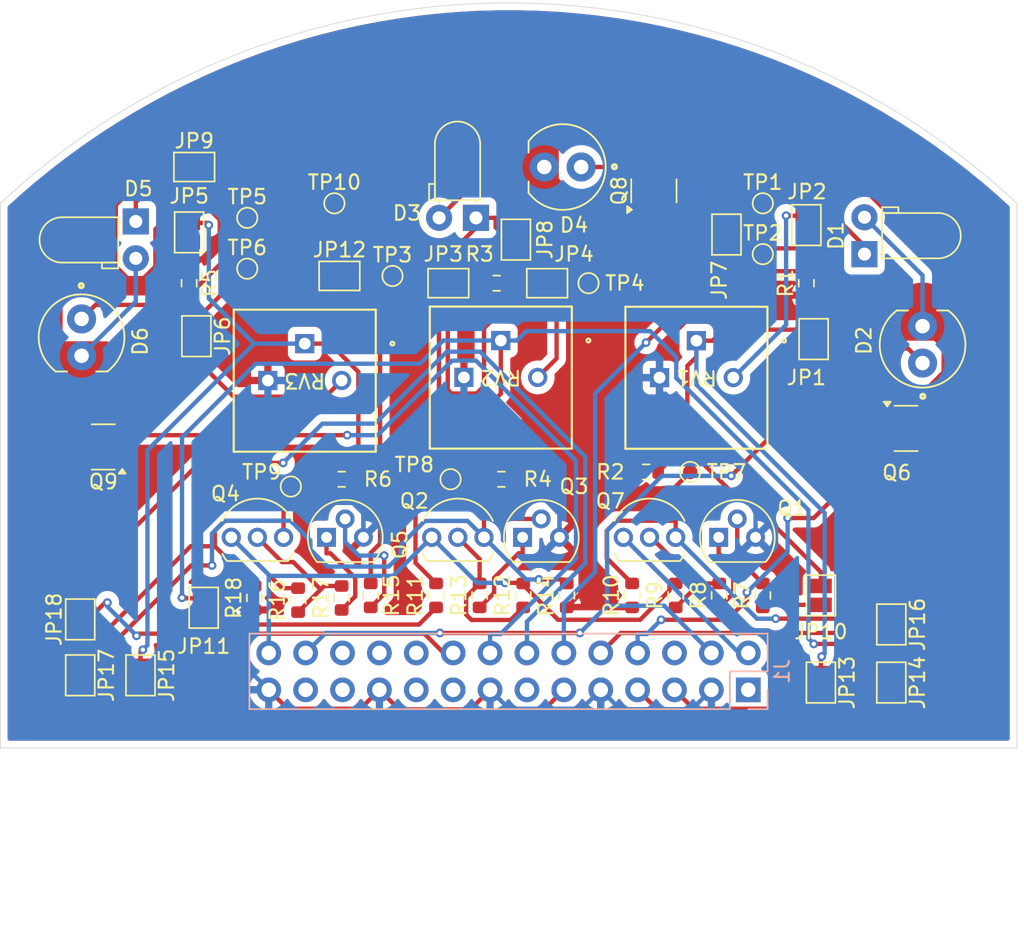
<source format=kicad_pcb>
(kicad_pcb (version 20240108) (generator "pcbnew") (generator_version "8.0")
  (layers (0 "F.Cu" signal) (31 "B.Cu" signal) (34 "B.Paste" user) (35 "F.Paste" user) (36 "B.SilkS" user "B.Silkscreen") (37 "F.SilkS" user "F.Silkscreen") (38 "B.Mask" user) (39 "F.Mask" user) (44 "Edge.Cuts" user))
  (net 0 "")
  (net 1 "PE15")
  (net 2 "PE13")
  (net 3 "PE11")
  (net 4 "PC4")
  (net 5 "3V3")
  (net 6 "PA3")
  (net 7 "BATT")
  (net 8 "GND")
  (net 9 "PE9")
  (net 10 "PA7")
  (net 11 "PE1")
  (net 12 "AB0")
  (net 13 "PE14")
  (net 14 "PC2")
  (net 15 "PB11")
  (net 16 "PA4")
  (net 17 "PA5")
  (net 18 "PA6")
  (net 19 "PE12")
  (net 20 "PC5")
  (net 21 "PE10")
  (net 22 "PE8")
  (net 23 "V_SL")
  (net 24 "Net-(JP2-B)")
  (net 25 "Net-(JP4-B)")
  (net 26 "Net-(JP6-B)")
  (net 27 "Net-(Q1-B)")
  (net 28 "Net-(Q1-C)")
  (net 29 "Net-(Q2-PadB)")
  (net 30 "Net-(Q3-B)")
  (net 31 "Net-(Q3-C)")
  (net 32 "Net-(Q4-PadB)")
  (net 33 "Net-(Q5-C)")
  (net 34 "Net-(Q5-B)")
  (net 35 "Net-(Q7-PadB)")
  (net 36 "V_SC")
  (net 37 "V_SR")
  (net 38 "Net-(D1-K)")
  (net 39 "Net-(D3-K)")
  (net 40 "Net-(D5-K)")
  (net 41 "Net-(JP1-A)")
  (net 42 "Net-(JP3-A)")
  (net 43 "Net-(JP5-A)")
  (net 44 "Net-(D1-A)")
  (net 45 "Net-(D3-A)")
  (net 46 "Net-(D5-A)")
  (net 47 "Net-(JP7-B)")
  (net 48 "Net-(JP8-B)")
  (net 49 "Net-(JP9-B)")
  (net 50 "Net-(JP10-B)")
  (net 51 "Net-(JP11-B)")
  (net 52 "Net-(JP12-B)")
  (net 53 "Net-(JP16-A)")
  (net 54 "Net-(JP17-A)")
  (net 55 "Net-(JP18-A)")
  (footprint "TestPoint:TestPoint_Pad_D1.0mm" (layer "F.Cu") (at 83.5 50)
    (property "Reference" "TP5")
    (property "Value" "TestPoint")
  )
  (footprint "Jumper:SolderJumper-2_P1.3mm_Open_Pad1.0x1.5mm" (layer "F.Cu") (at 127.85 78 -90)
    (property "Reference" "JP16")
    (property "Value" "Jumper_2_Open")
  )
  (footprint "Jumper:SolderJumper-2_P1.3mm_Open_Pad1.0x1.5mm" (layer "F.Cu") (at 122.5 58.35 90)
    (property "Reference" "JP1")
    (property "Value" "Jumper_2_Open")
  )
  (footprint "Package_TO_SOT_THT:TO-92L" (layer "F.Cu") (at 88.96 72)
    (property "Reference" "Q5")
    (property "Value" "NPN")
  )
  (footprint "Jumper:SolderJumper-2_P1.3mm_Open_Pad1.0x1.5mm" (layer "F.Cu") (at 79.85 46.5)
    (property "Reference" "JP9")
    (property "Value" "Jumper_2_Open")
  )
  (footprint "Jumper:SolderJumper-2_P1.3mm_Open_Pad1.0x1.5mm" (layer "F.Cu") (at 79.5 51 90)
    (property "Reference" "JP5")
    (property "Value" "Jumper_2_Open")
  )
  (footprint "Jumper:SolderJumper-2_P1.3mm_Open_Pad1.0x1.5mm" (layer "F.Cu") (at 72 81.5 -90)
    (property "Reference" "JP17")
    (property "Value" "Jumper_2_Open")
  )
  (footprint "TestPoint:TestPoint_Pad_D1.0mm" (layer "F.Cu") (at 119 49)
    (property "Reference" "TP1")
    (property "Value" "TestPoint")
  )
  (footprint "Resistor_SMD:R_0603_1608Metric" (layer "F.Cu") (at 100.675 54.5 180)
    (property "Reference" "R3")
    (property "Value" "100")
  )
  (footprint "SFH_203_PFA:XDCR_SFH_203_PFA" (layer "F.Cu") (at 105.2218 46.5 180)
    (property "Reference" "D4")
    (property "Value" "SFH_203_PFA")
  )
  (footprint "Package_TO_SOT_THT:TO-92L" (layer "F.Cu") (at 115.96 72)
    (property "Reference" "Q1")
    (property "Value" "NPN")
  )
  (footprint "Jumper:SolderJumper-2_P1.3mm_Open_Pad1.0x1.5mm" (layer "F.Cu") (at 104.15 54.5)
    (property "Reference" "JP4")
    (property "Value" "Jumper_2_Open")
  )
  (footprint "Resistor_SMD:R_0603_1608Metric" (layer "F.Cu") (at 92 76 -90)
    (property "Reference" "R15")
    (property "Value" "1k")
  )
  (footprint "SFH_203_PFA:XDCR_SFH_203_PFA" (layer "F.Cu") (at 72.0909 58.23 -90)
    (property "Reference" "D6")
    (property "Value" "SFH_203_PFA")
  )
  (footprint "Resistor_SMD:R_0603_1608Metric" (layer "F.Cu") (at 119 76 90)
    (property "Reference" "R7")
    (property "Value" "1k")
  )
  (footprint "PN2907A:TO92-EBC" (layer "F.Cu") (at 111.2 70.73)
    (property "Reference" "Q7")
    (property "Value" "PN2907A")
  )
  (footprint "Resistor_SMD:R_0603_1608Metric" (layer "F.Cu") (at 79.5 54.5 -90)
    (property "Reference" "R5")
    (property "Value" "100")
  )
  (footprint "TestPoint:TestPoint_Pad_D1.0mm" (layer "F.Cu") (at 89.5 49)
    (property "Reference" "TP10")
    (property "Value" "TestPoint")
  )
  (footprint "PN2907A:TO92-EBC" (layer "F.Cu") (at 98 70.73)
    (property "Reference" "Q2")
    (property "Value" "PN2907A")
  )
  (footprint "Resistor_SMD:R_0603_1608Metric" (layer "F.Cu") (at 105.5 76 90)
    (property "Reference" "R14")
    (property "Value" "10k")
  )
  (footprint "Resistor_SMD:R_0603_1608Metric" (layer "F.Cu") (at 87 76.325 90)
    (property "Reference" "R16")
    (property "Value" "1k")
  )
  (footprint "TestPoint:TestPoint_Pad_D1.0mm" (layer "F.Cu") (at 97.5 68)
    (property "Reference" "TP8")
    (property "Value" "TestPoint")
  )
  (footprint "Jumper:SolderJumper-2_P1.3mm_Open_Pad1.0x1.5mm" (layer "F.Cu") (at 122 50.5 90)
    (property "Reference" "JP2")
    (property "Value" "Jumper_2_Open")
  )
  (footprint "Resistor_SMD:R_0603_1608Metric" (layer "F.Cu") (at 113 76 90)
    (property "Reference" "R9")
    (property "Value" "1k")
  )
  (footprint "Resistor_SMD:R_0603_1608Metric" (layer "F.Cu") (at 90 68 180)
    (property "Reference" "R6")
    (property "Value" "10K")
  )
  (footprint "SFH_203_PFA:XDCR_SFH_203_PFA" (layer "F.Cu") (at 130 58.73 90)
    (property "Reference" "D2")
    (property "Value" "SFH_203_PFA")
  )
  (footprint "Package_TO_SOT_SMD:SOT-23-3" (layer "F.Cu") (at 128.8625 64.5)
    (property "Reference" "Q6")
    (property "Value" "PMOS")
  )
  (footprint "TestPoint:TestPoint_Pad_D1.0mm" (layer "F.Cu") (at 114 67.5)
    (property "Reference" "TP7")
    (property "Value" "TestPoint")
  )
  (footprint "Resistor_SMD:R_0603_1608Metric" (layer "F.Cu") (at 99.5 76 90)
    (property "Reference" "R13")
    (property "Value" "1k")
  )
  (footprint "Resistor_SMD:R_0603_1608Metric" (layer "F.Cu") (at 102.5 76 90)
    (property "Reference" "R12")
    (property "Value" "1k")
  )
  (footprint "Resistor_SMD:R_0603_1608Metric" (layer "F.Cu") (at 84 76.175 90)
    (property "Reference" "R18")
    (property "Value" "10k")
  )
  (footprint "LED_THT:LED_D3.0mm_Horizontal_O1.27mm_Z2.0mm_IRBlack" (layer "F.Cu") (at 126 52.5 90)
    (property "Reference" "D1")
    (property "Value" "TSAL4400")
  )
  (footprint "LED_THT:LED_D3.0mm_Horizontal_O1.27mm_Z2.0mm_IRBlack" (layer "F.Cu") (at 75.825 50.25 -90)
    (property "Reference" "D5")
    (property "Value" "TSAL4400")
  )
  (footprint "Jumper:SolderJumper-2_P1.3mm_Open_Pad1.0x1.5mm" (layer "F.Cu") (at 89.85 54)
    (property "Reference" "JP12")
    (property "Value" "Jumper_2_Open")
  )
  (footprint "Jumper:SolderJumper-2_P1.3mm_Open_Pad1.0x1.5mm" (layer "F.Cu") (at 80.5 76.85 -90)
    (property "Reference" "JP11")
    (property "Value" "Jumper_2_Open")
  )
  (footprint "Jumper:SolderJumper-2_P1.3mm_Open_Pad1.0x1.5mm" (layer "F.Cu") (at 102 51.5 -90)
    (property "Reference" "JP8")
    (property "Value" "Jumper_2_Open")
  )
  (footprint "TestPoint:TestPoint_Pad_D1.0mm" (layer "F.Cu") (at 86.5 68.5)
    (property "Reference" "TP9")
    (property "Value" "TestPoint")
  )
  (footprint "Jumper:SolderJumper-2_P1.3mm_Open_Pad1.0x1.5mm" (layer "F.Cu") (at 123 82 -90)
    (property "Reference" "JP13")
    (property "Value" "Jumper_2_Open")
  )
  (footprint "Jumper:SolderJumper-2_P1.3mm_Open_Pad1.0x1.5mm" (layer "F.Cu") (at 97.35 54.5 180)
    (property "Reference" "JP3")
    (property "Value" "Jumper_2_Open")
  )
  (footprint "PN2907A:TO92-EBC" (layer "F.Cu") (at 84.2 70.73)
    (property "Reference" "Q4")
    (property "Value" "PN2907A")
  )
  (footprint "LED_THT:LED_D3.0mm_Horizontal_O1.27mm_Z2.0mm_IRBlack" (layer "F.Cu") (at 99.25 50 180)
    (property "Reference" "D3")
    (property "Value" "TSAL4400")
  )
  (footprint "Resistor_SMD:R_0603_1608Metric" (layer "F.Cu") (at 116 76 90)
    (property "Reference" "R8")
    (property "Value" "1k")
  )
  (footprint "Resistor_SMD:R_0603_1608Metric" (layer "F.Cu") (at 122 54.5 90)
    (property "Reference" "R1")
    (property "Value" "100")
  )
  (footprint "Resistor_SMD:R_0603_1608Metric" (layer "F.Cu") (at 96.5 76 90)
    (property "Reference" "R11")
    (property "Value" "1k")
  )
  (footprint "footprints:POT_3386P" (layer "F.Cu") (at 103.5 60.9873 180)
    (property "Reference" "RV2")
    (property "Value" "10k")
  )
  (footprint "Jumper:SolderJumper-2_P1.3mm_Open_Pad1.0x1.5mm" (layer "F.Cu") (at 116.5 51.15 -90)
    (property "Reference" "JP7")
    (property "Value" "Jumper_2_Open")
  )
  (footprint "Package_TO_SOT_SMD:SOT-23-3" (layer "F.Cu") (at 111.5 48.1375 90)
    (property "Reference" "Q8")
    (property "Value" "PMOS")
  )
  (footprint "Jumper:SolderJumper-2_P1.3mm_Open_Pad1.0x1.5mm" (layer "F.Cu") (at 80 58.15 -90)
    (property "Reference" "JP6")
    (property "Value" "Jumper_2_Open")
  )
  (footprint "TestPoint:TestPoint_Pad_D1.0mm" (layer "F.Cu") (at 93.5 54)
    (property "Reference" "TP3")
    (property "Value" "TestPoint")
  )
  (footprint "Jumper:SolderJumper-2_P1.3mm_Open_Pad1.0x1.5mm" (layer "F.Cu") (at 123 76 -90)
    (property "Reference" "JP10")
    (property "Value" "Jumper_2_Open")
  )
  (footprint "TestPoint:TestPoint_Pad_D1.0mm" (layer "F.Cu") (at 119 52.5)
    (property "Reference" "TP2")
    (property "Value" "TestPoint")
  )
  (footprint "TestPoint:TestPoint_Pad_D1.0mm" (layer "F.Cu") (at 107 54.5)
    (property "Reference" "TP4")
    (property "Value" "TestPoint")
  )
  (footprint "Resistor_SMD:R_0603_1608Metric" (layer "F.Cu") (at 101 68)
    (property "Reference" "R4")
    (property "Value" "10k")
  )
  (footprint "Jumper:SolderJumper-2_P1.3mm_Open_Pad1.0x1.5mm" (layer "F.Cu") (at 76.15 81.5 -90)
    (property "Reference" "JP15")
    (property "Value" "Jumper_2_Open")
  )
  (footprint "Resistor_SMD:R_0603_1608Metric" (layer "F.Cu") (at 90 76.175 90)
    (property "Reference" "R17")
    (property "Value" "1k")
  )
  (footprint "TestPoint:TestPoint_Pad_D1.0mm" (layer "F.Cu") (at 83.5 53.5)
    (property "Reference" "TP6")
    (property "Value" "TestPoint")
  )
  (footprint "Jumper:SolderJumper-2_P1.3mm_Open_Pad1.0x1.5mm" (layer "F.Cu") (at 127.85 82 -90)
    (property "Reference" "JP14")
    (property "Value" "Jumper_2_Open")
  )
  (footprint "footprints:POT_3386P" (layer "F.Cu") (at 90 61.2 180)
    (property "Reference" "RV3")
    (property "Value" "10k")
  )
  (footprint "Package_TO_SOT_SMD:SOT-23-3" (layer "F.Cu") (at 73.5875 65.775 180)
    (property "Reference" "Q9")
    (property "Value" "PMOS")
  )
  (footprint "Package_TO_SOT_THT:TO-92L" (layer "F.Cu") (at 102.46 72)
    (property "Reference" "Q3")
    (property "Value" "NPN")
  )
  (footprint "footprints:POT_3386P" (layer "F.Cu") (at 116.9685 61 180)
    (property "Reference" "RV1")
    (property "Value" "10k")
  )
  (footprint "Resistor_SMD:R_0603_1608Metric" (layer "F.Cu") (at 110.9685 67.5)
    (property "Reference" "R2")
    (property "Value" "10K")
  )
  (footprint "Jumper:SolderJumper-2_P1.3mm_Open_Pad1.0x1.5mm" (layer "F.Cu") (at 72 77.65 90)
    (property "Reference" "JP18")
    (property "Value" "Jumper_2_Open")
  )
  (footprint "Resistor_SMD:R_0603_1608Metric" (layer "F.Cu") (at 110 76 90)
    (property "Reference" "R10")
    (property "Value" "10k")
  )
  (footprint "Connector_PinHeader_2.54mm:PinHeader_2x14_P2.54mm_Vertical" (layer "B.Cu") (at 118 82.5 90)
    (property "Reference" "J1")
    (property "Value" "Conn_02x14_Odd_Even")
  )
  (gr_line (start 136.5 86.5) (end 136.5 49) (stroke (width 0.05)) (layer "Edge.Cuts"))
  (gr_line (start 66.5 86.5) (end 66.5 49) (stroke (width 0.05)) (layer "Edge.Cuts"))
  (gr_line (start 66.5 86.5) (end 136.5 86.5) (stroke (width 0.05)) (layer "Edge.Cuts"))
  (gr_arc (start 66.5 49) (mid 101.5 35.204289) (end 136.5 49) (stroke (width 0.05)) (layer "Edge.Cuts"))
  (segment (start 117.906 76.3187) (end 116.5472 77.6775) (width 0.3) (layer "F.Cu") (net 1))
  (segment (start 116.5472 77.6775) (end 111.9981 77.6775) (width 0.3) (layer "F.Cu") (net 1))
  (segment (start 127.725 65.45) (end 122.5047 70.6703) (width 0.3) (layer "F.Cu") (net 1))
  (segment (start 117.906 75.7906) (end 117.906 76.3187) (width 0.3) (layer "F.Cu") (net 1))
  (segment (start 122.5047 70.6703) (end 120.7078 70.6703) (width 0.3) (layer "F.Cu") (net 1))
  (via (at 117.906 75.7906) (size 0.6) (drill 0.3) (layers "F.Cu" "B.Cu") (net 1))
  (via (at 120.7078 70.6703) (size 0.6) (drill 0.3) (layers "F.Cu" "B.Cu") (net 1))
  (via (at 111.9981 77.6775) (size 0.6) (drill 0.3) (layers "F.Cu" "B.Cu") (net 1))
  (segment (start 111.0173 78.6583) (end 111.9981 77.6775) (width 0.3) (layer "B.Cu") (net 1))
  (segment (start 120.7078 72.9888) (end 120.7078 70.6703) (width 0.3) (layer "B.Cu") (net 1))
  (segment (start 117.906 75.7906) (end 120.7078 72.9888) (width 0.3) (layer "B.Cu") (net 1))
  (segment (start 110.38 79.96) (end 110.38 78.6583) (width 0.3) (layer "B.Cu") (net 1))
  (segment (start 110.38 78.6583) (end 111.0173 78.6583) (width 0.3) (layer "B.Cu") (net 1))
  (segment (start 112.45 57.0997) (end 112.45 49.275) (width 0.3) (layer "F.Cu") (net 2))
  (segment (start 110.9604 58.5893) (end 112.45 57.0997) (width 0.3) (layer "F.Cu") (net 2))
  (via (at 110.9604 58.5893) (size 0.6) (drill 0.3) (layers "F.Cu" "B.Cu") (net 2))
  (segment (start 107.4521 74.3905) (end 107.4521 62.0976) (width 0.3) (layer "B.Cu") (net 2))
  (segment (start 107.4521 62.0976) (end 110.9604 58.5893) (width 0.3) (layer "B.Cu") (net 2))
  (segment (start 105.3 78.6583) (end 105.3 76.5426) (width 0.3) (layer "B.Cu") (net 2))
  (segment (start 105.3 76.5426) (end 107.4521 74.3905) (width 0.3) (layer "B.Cu") (net 2))
  (segment (start 105.3 79.96) (end 105.3 78.6583) (width 0.3) (layer "B.Cu") (net 2))
  (segment (start 74.8658 64.9658) (end 90.3813 64.9658) (width 0.3) (layer "F.Cu") (net 3))
  (segment (start 74.725 64.825) (end 74.8658 64.9658) (width 0.3) (layer "F.Cu") (net 3))
  (via (at 90.3813 64.9658) (size 0.6) (drill 0.3) (layers "F.Cu" "B.Cu") (net 3))
  (segment (start 100.22 79.96) (end 100.22 78.6583) (width 0.3) (layer "B.Cu") (net 3))
  (segment (start 100.9409 78.6583) (end 100.22 78.6583) (width 0.3) (layer "B.Cu") (net 3))
  (segment (start 92.4705 64.9658) (end 97.6041 59.8322) (width 0.3) (layer "B.Cu") (net 3))
  (segment (start 97.6041 59.8322) (end 99.2502 59.8322) (width 0.3) (layer "B.Cu") (net 3))
  (segment (start 106.1366 73.4626) (end 100.9409 78.6583) (width 0.3) (layer "B.Cu") (net 3))
  (segment (start 99.2502 59.8322) (end 106.1366 66.7186) (width 0.3) (layer "B.Cu") (net 3))
  (segment (start 90.3813 64.9658) (end 92.4705 64.9658) (width 0.3) (layer "B.Cu") (net 3))
  (segment (start 106.1366 66.7186) (end 106.1366 73.4626) (width 0.3) (layer "B.Cu") (net 3))
  (segment (start 104.9039 77.6775) (end 110.5493 77.6775) (width 0.3) (layer "F.Cu") (net 5))
  (segment (start 112.575 75.175) (end 113 75.175) (width 0.3) (layer "F.Cu") (net 5))
  (segment (start 85.9 75.5) (end 87 75.5) (width 0.3) (layer "F.Cu") (net 5))
  (segment (start 102.5 75.175) (end 102.5 75.2736) (width 0.3) (layer "F.Cu") (net 5))
  (segment (start 109.4 72) (end 112.575 75.175) (width 0.3) (layer "F.Cu") (net 5))
  (segment (start 102.5 75.175) (end 102.4598 75.1348) (width 0.3) (layer "F.Cu") (net 5))
  (segment (start 112.575 75.6518) (end 112.575 75.175) (width 0.3) (layer "F.Cu") (net 5))
  (segment (start 102.4598 75.1348) (end 101.25 75.1348) (width 0.3) (layer "F.Cu") (net 5))
  (segment (start 102.5 75.2736) (end 104.9039 77.6775) (width 0.3) (layer "F.Cu") (net 5))
  (segment (start 110.5493 77.6775) (end 112.575 75.6518) (width 0.3) (layer "F.Cu") (net 5))
  (segment (start 82.4 72) (end 85.9 75.5) (width 0.3) (layer "F.Cu") (net 5))
  (via (at 101.25 75.1348) (size 0.6) (drill 0.3) (layers "F.Cu" "B.Cu") (net 5))
  (segment (start 96.2 72) (end 99.3348 75.1348) (width 0.3) (layer "B.Cu") (net 5))
  (segment (start 93.5462 74.6538) (end 96.2 72) (width 0.3) (layer "B.Cu") (net 5))
  (segment (start 99.3348 75.1348) (end 101.25 75.1348) (width 0.3) (layer "B.Cu") (net 5))
  (segment (start 84.98 79.96) (end 84.98 74.6538) (width 0.3) (layer "B.Cu") (net 5))
  (segment (start 117.36 79.96) (end 118 79.96) (width 0.3) (layer "B.Cu") (net 5))
  (segment (start 109.4 72) (end 117.36 79.96) (width 0.3) (layer "B.Cu") (net 5))
  (segment (start 84.98 74.6538) (end 93.5462 74.6538) (width 0.3) (layer "B.Cu") (net 5))
  (segment (start 84.98 74.58) (end 82.4 72) (width 0.3) (layer "B.Cu") (net 5))
  (segment (start 84.98 74.6538) (end 84.98 74.58) (width 0.3) (layer "B.Cu") (net 5))
  (segment (start 123 82.65) (end 123 83.6017) (width 0.3) (layer "F.Cu") (net 6))
  (segment (start 122.8 83.8017) (end 123 83.6017) (width 0.3) (layer "F.Cu") (net 6))
  (segment (start 112.92 82.5) (end 114.2217 83.8017) (width 0.3) (layer "F.Cu") (net 6))
  (segment (start 114.2217 83.8017) (end 122.8 83.8017) (width 0.3) (layer "F.Cu") (net 6))
  (segment (start 130 64.5) (end 132.055 62.445) (width 0.3) (layer "F.Cu") (net 7))
  (segment (start 132.055 62.445) (end 132.055 54.098) (width 0.3) (layer "F.Cu") (net 7))
  (segment (start 120.0957 64.5) (end 116.8277 67.768) (width 0.3) (layer "F.Cu") (net 7))
  (segment (start 132.055 54.098) (end 124.957 47) (width 0.3) (layer "F.Cu") (net 7))
  (segment (start 77.9511 44.6907) (end 109.1907 44.6907) (width 0.3) (layer "F.Cu") (net 7))
  (segment (start 106.4038 78.5849) (end 96.7632 78.5849) (width 0.3) (layer "F.Cu") (net 7))
  (segment (start 72.45 65.775) (end 70.6392 63.9642) (width 0.3) (layer "F.Cu") (net 7))
  (segment (start 124.957 47) (end 111.5 47) (width 0.3) (layer "F.Cu") (net 7))
  (segment (start 70.6392 52.0026) (end 77.9511 44.6907) (width 0.3) (layer "F.Cu") (net 7))
  (segment (start 109.1907 44.6907) (end 111.5 47) (width 0.3) (layer "F.Cu") (net 7))
  (segment (start 70.6392 63.9642) (end 70.6392 52.0026) (width 0.3) (layer "F.Cu") (net 7))
  (segment (start 130 64.5) (end 120.0957 64.5) (width 0.3) (layer "F.Cu") (net 7))
  (via (at 96.7632 78.5849) (size 0.6) (drill 0.3) (layers "F.Cu" "B.Cu") (net 7))
  (via (at 106.4038 78.5849) (size 0.6) (drill 0.3) (layers "F.Cu" "B.Cu") (net 7))
  (via (at 116.8277 67.768) (size 0.6) (drill 0.3) (layers "F.Cu" "B.Cu") (net 7))
  (segment (start 108.2794 76.7093) (end 106.4038 78.5849) (width 0.3) (layer "B.Cu") (net 7))
  (segment (start 115.46 79.96) (end 112.2093 76.7093) (width 0.3) (layer "B.Cu") (net 7))
  (segment (start 108.2794 76.7093) (end 108.2794 71.5401) (width 0.3) (layer "B.Cu") (net 7))
  (segment (start 112.0515 67.768) (end 116.8277 67.768) (width 0.3) (layer "B.Cu") (net 7))
  (segment (start 87.52 79.96) (end 88.8951 78.5849) (width 0.3) (layer "B.Cu") (net 7))
  (segment (start 88.8951 78.5849) (end 96.7632 78.5849) (width 0.3) (layer "B.Cu") (net 7))
  (segment (start 108.2794 71.5401) (end 112.0515 67.768) (width 0.3) (layer "B.Cu") (net 7))
  (segment (start 112.2093 76.7093) (end 108.2794 76.7093) (width 0.3) (layer "B.Cu") (net 7))
  (segment (start 122 55.325) (end 115.5074 55.325) (width 0.3) (layer "F.Cu") (net 8))
  (segment (start 83.0555 77) (end 82.8926 77.1629) (width 0.3) (layer "F.Cu") (net 8))
  (segment (start 110.1435 67.5) (end 108.3656 69.2779) (width 0.3) (layer "F.Cu") (net 8))
  (segment (start 111.8885 58.9439) (end 111.8885 61) (width 0.3) (layer "F.Cu") (net 8))
  (segment (start 79.5 53.675) (end 81.6035 51.5715) (width 0.3) (layer "F.Cu") (net 8))
  (segment (start 87.8048 50.6952) (end 89.5 49) (width 0.3) (layer "F.Cu") (net 8))
  (segment (start 98.8722 83.8478) (end 93.9478 83.8478) (width 0.3) (layer "F.Cu") (net 8))
  (segment (start 101.4529 69.2779) (end 100.175 68) (width 0.3) (layer "F.Cu") (net 8))
  (segment (start 98.42 60.9873) (end 98.42 57.58) (width 0.3) (layer "F.Cu") (net 8))
  (segment (start 100.22 82.5) (end 98.8722 83.8478) (width 0.3) (layer "F.Cu") (net 8))
  (segment (start 106.4535 73.4535) (end 106.4535 75.8715) (width 0.3) (layer "F.Cu") (net 8))
  (segment (start 78.5669 49.3943) (end 77.1767 50.7845) (width 0.3) (layer "F.Cu") (net 8))
  (segment (start 80.8703 49.3943) (end 78.5669 49.3943) (width 0.3) (layer "F.Cu") (net 8))
  (segment (start 98.42 57.58) (end 101.5 54.5) (width 0.3) (layer "F.Cu") (net 8))
  (segment (start 84.98 82.5) (end 86.2817 83.8017) (width 0.3) (layer "F.Cu") (net 8))
  (segment (start 78.2694 45.2983) (end 81.2527 45.2983) (width 0.3) (layer "F.Cu") (net 8))
  (segment (start 75.2447 54.1476) (end 74.4496 53.3525) (width 0.3) (layer "F.Cu") (net 8))
  (segment (start 81.6035 50.1275) (end 80.8703 49.3943) (width 0.3) (layer "F.Cu") (net 8))
  (segment (start 115.5074 55.325) (end 111.8885 58.9439) (width 0.3) (layer "F.Cu") (net 8))
  (segment (start 86.6496 50.6952) (end 84.92 52.4248) (width 0.3) (layer "F.Cu") (net 8))
  (segment (start 84 77) (end 83.0555 77) (width 0.3) (layer "F.Cu") (net 8))
  (segment (start 105 69.2779) (end 101.4529 69.2779) (width 0.3) (layer "F.Cu") (net 8))
  (segment (start 81.6035 51.5715) (end 81.6035 50.1275) (width 0.3) (layer "F.Cu") (net 8))
  (segment (start 93.9478 83.8478) (end 92.6 82.5) (width 0.3) (layer "F.Cu") (net 8))
  (segment (start 90.825 68) (end 91.5 68.675) (width 0.3) (layer "F.Cu") (net 8))
  (segment (start 81.2527 45.2983) (end 86.6496 50.6952) (width 0.3) (layer "F.Cu") (net 8))
  (segment (start 74.4496 49.1181) (end 78.2694 45.2983) (width 0.3) (layer "F.Cu") (net 8))
  (segment (start 110.1435 63.8571) (end 110.1435 67.5) (width 0.3) (layer "F.Cu") (net 8))
  (segment (start 91.5 68.675) (end 91.5 72) (width 0.3) (layer "F.Cu") (net 8))
  (segment (start 84.92 52.4248) (end 84.92 61.2) (width 0.3) (layer "F.Cu") (net 8))
  (segment (start 111.8885 61) (end 111.8885 62.1121) (width 0.3) (layer "F.Cu") (net 8))
  (segment (start 74.4496 53.3525) (end 74.4496 49.1181) (width 0.3) (layer "F.Cu") (net 8))
  (segment (start 77.1767 53.3499) (end 76.379 54.1476) (width 0.3) (layer "F.Cu") (net 8))
  (segment (start 108.3656 69.2779) (end 105 69.2779) (width 0.3) (layer "F.Cu") (net 8))
  (segment (start 86.2817 83.8017) (end 91.2983 83.8017) (width 0.3) (layer "F.Cu") (net 8))
  (segment (start 110 76.825) (end 107.407 76.825) (width 0.3) (layer "F.Cu") (net 8))
  (segment (start 77.1767 50.7845) (end 77.1767 53.3499) (width 0.3) (layer "F.Cu") (net 8))
  (segment (start 76.379 54.1476) (end 75.2447 54.1476) (width 0.3) (layer "F.Cu") (net 8))
  (segment (start 106.4535 75.8715) (end 105.5 76.825) (width 0.3) (layer "F.Cu") (net 8))
  (segment (start 111.8885 62.1121) (end 110.1435 63.8571) (width 0.3) (layer "F.Cu") (net 8))
  (segment (start 105 72) (end 106.4535 73.4535) (width 0.3) (layer "F.Cu") (net 8))
  (segment (start 91.2983 83.8017) (end 92.6 82.5) (width 0.3) (layer "F.Cu") (net 8))
  (segment (start 105 69.2779) (end 105 72) (width 0.3) (layer "F.Cu") (net 8))
  (segment (start 86.6496 50.6952) (end 87.8048 50.6952) (width 0.3) (layer "F.Cu") (net 8))
  (segment (start 107.407 76.825) (end 106.4535 75.8715) (width 0.3) (layer "F.Cu") (net 8))
  (via (at 82.8926 77.1629) (size 0.6) (drill 0.3) (layers "F.Cu" "B.Cu") (net 8))
  (segment (start 111.8885 62.1121) (end 112.2938 62.1121) (width 0.3) (layer "B.Cu") (net 8))
  (segment (start 80.3193 71.6253) (end 80.3193 74.5896) (width 0.3) (layer "B.Cu") (net 8))
  (segment (start 98.42 60.9873) (end 98.42 62.0994) (width 0.3) (layer "B.Cu") (net 8))
  (segment (start 98.42 64.8731) (end 98.42 62.0994) (width 0.3) (layer "B.Cu") (net 8))
  (segment (start 105 70.4014) (end 99.4717 64.8731) (width 0.3) (layer "B.Cu") (net 8))
  (segment (start 84.6179 67.3267) (end 80.3193 71.6253) (width 0.3) (layer "B.Cu") (net 8))
  (segment (start 99.4717 64.8731) (end 98.42 64.8731) (width 0.3) (layer "B.Cu") (net 8))
  (segment (start 114.1261 83.8339) (end 115.46 82.5) (width 0.3) (layer "B.Cu") (net 8))
  (segment (start 112.2938 62.1121) (end 118.5 68.3183) (width 0.3) (layer "B.Cu") (net 8))
  (segment (start 82.8926 80.4126) (end 82.8926 77.1629) (width 0.3) (layer "B.Cu") (net 8))
  (segment (start 84.92 67.3267) (end 84.6179 67.3267) (width 0.3) (layer "B.Cu") (net 8))
  (segment (start 84.98 82.5) (end 82.8926 80.4126) (width 0.3) (layer "B.Cu") (net 8))
  (segment (start 105 72) (end 105 70.4014) (width 0.3) (layer "B.Cu") (net 8))
  (segment (start 107.84 82.5) (end 109.1739 83.8339) (width 0.3) (layer "B.Cu") (net 8))
  (segment (start 106.5383 83.8017) (end 107.84 82.5) (width 0.3) (layer "B.Cu") (net 8))
  (segment (start 100.22 82.5) (end 101.5217 83.8017) (width 0.3) (layer "B.Cu") (net 8))
  (segment (start 84.92 67.3267) (end 87.2216 69.6283) (width 0.3) (layer "B.Cu") (net 8))
  (segment (start 111.8885 61) (end 111.8885 62.1121) (width 0.3) (layer "B.Cu") (net 8))
  (segment (start 90.7696 69.6283) (end 91.5 70.3587) (width 0.3) (layer "B.Cu") (net 8))
  (segment (start 109.1739 83.8339) (end 114.1261 83.8339) (width 0.3) (layer "B.Cu") (net 8))
  (segment (start 84.92 61.2) (end 84.92 62.3121) (width 0.3) (layer "B.Cu") (net 8))
  (segment (start 80.3193 74.5896) (end 82.8926 77.1629) (width 0.3) (layer "B.Cu") (net 8))
  (segment (start 84.92 62.3121) (end 84.92 67.3267) (width 0.3) (layer "B.Cu") (net 8))
  (segment (start 92.9344 70.3587) (end 91.5 70.3587) (width 0.3) (layer "B.Cu") (net 8))
  (segment (start 118.5 68.3183) (end 118.5 72) (width 0.3) (layer "B.Cu") (net 8))
  (segment (start 87.2216 69.6283) (end 90.7696 69.6283) (width 0.3) (layer "B.Cu") (net 8))
  (segment (start 91.5 70.3587) (end 91.5 72) (width 0.3) (layer "B.Cu") (net 8))
  (segment (start 101.5217 83.8017) (end 106.5383 83.8017) (width 0.3) (layer "B.Cu") (net 8))
  (segment (start 98.42 64.8731) (end 92.9344 70.3587) (width 0.3) (layer "B.Cu") (net 8))
  (segment (start 127.85 78.65) (end 126.6483 78.65) (width 0.3) (layer "F.Cu") (net 13))
  (segment (start 126.583 78.5847) (end 109.2153 78.5847) (width 0.3) (layer "F.Cu") (net 13))
  (segment (start 126.6483 78.65) (end 126.583 78.5847) (width 0.3) (layer "F.Cu") (net 13))
  (segment (start 109.2153 78.5847) (end 107.84 79.96) (width 0.3) (layer "F.Cu") (net 13))
  (segment (start 127.85 82.65) (end 127.85 83.6017) (width 0.3) (layer "F.Cu") (net 16))
  (segment (start 110.38 82.5) (end 112.3007 84.4207) (width 0.3) (layer "F.Cu") (net 16))
  (segment (start 112.3007 84.4207) (end 127.031 84.4207) (width 0.3) (layer "F.Cu") (net 16))
  (segment (start 127.031 84.4207) (end 127.85 83.6017) (width 0.3) (layer "F.Cu") (net 16))
  (segment (start 105.3 82.5) (end 103.3058 84.4942) (width 0.3) (layer "F.Cu") (net 17))
  (segment (start 77.5425 84.4942) (end 76.15 83.1017) (width 0.3) (layer "F.Cu") (net 17))
  (segment (start 103.3058 84.4942) (end 77.5425 84.4942) (width 0.3) (layer "F.Cu") (net 17))
  (segment (start 76.15 82.15) (end 76.15 83.1017) (width 0.3) (layer "F.Cu") (net 17))
  (segment (start 70.7983 82.15) (end 70.7983 76.2811) (width 0.3) (layer "F.Cu") (net 19))
  (segment (start 72 82.15) (end 70.7983 82.15) (width 0.3) (layer "F.Cu") (net 19))
  (segment (start 80.2039 66.8755) (end 85.9725 66.8755) (width 0.3) (layer "F.Cu") (net 19))
  (segment (start 70.7983 76.2811) (end 80.2039 66.8755) (width 0.3) (layer "F.Cu") (net 19))
  (via (at 85.9725 66.8755) (size 0.6) (drill 0.3) (layers "F.Cu" "B.Cu") (net 19))
  (segment (start 106.7764 66.4511) (end 106.7764 73.791) (width 0.3) (layer "B.Cu") (net 19))
  (segment (start 99.5403 59.215) (end 106.7764 66.4511) (width 0.3) (layer "B.Cu") (net 19))
  (segment (start 102.76 77.8074) (end 102.76 78.6583) (width 0.3) (layer "B.Cu") (net 19))
  (segment (start 85.9725 66.8755) (end 88.6787 64.1693) (width 0.3) (layer "B.Cu") (net 19))
  (segment (start 92.2913 64.1693) (end 97.2456 59.215) (width 0.3) (layer "B.Cu") (net 19))
  (segment (start 97.2456 59.215) (end 99.5403 59.215) (width 0.3) (layer "B.Cu") (net 19))
  (segment (start 102.76 79.96) (end 102.76 78.6583) (width 0.3) (layer "B.Cu") (net 19))
  (segment (start 88.6787 64.1693) (end 92.2913 64.1693) (width 0.3) (layer "B.Cu") (net 19))
  (segment (start 106.7764 73.791) (end 102.76 77.8074) (width 0.3) (layer "B.Cu") (net 19))
  (segment (start 73.7074 76.4943) (end 73.2017 77) (width 0.3) (layer "F.Cu") (net 21))
  (segment (start 95.6955 78.6326) (end 76.022 78.6326) (width 0.3) (layer "F.Cu") (net 21))
  (segment (start 97.0229 79.96) (end 95.6955 78.6326) (width 0.3) (layer "F.Cu") (net 21))
  (segment (start 72 77) (end 73.2017 77) (width 0.3) (layer "F.Cu") (net 21))
  (segment (start 76.022 78.6326) (end 75.8771 78.7775) (width 0.3) (layer "F.Cu") (net 21))
  (segment (start 73.8696 76.4943) (end 73.7074 76.4943) (width 0.3) (layer "F.Cu") (net 21))
  (segment (start 97.68 79.96) (end 97.0229 79.96) (width 0.3) (layer "F.Cu") (net 21))
  (via (at 73.8696 76.4943) (size 0.6) (drill 0.3) (layers "F.Cu" "B.Cu") (net 21))
  (via (at 75.8771 78.7775) (size 0.6) (drill 0.3) (layers "F.Cu" "B.Cu") (net 21))
  (segment (start 73.8696 76.77) (end 75.8771 78.7775) (width 0.3) (layer "B.Cu") (net 21))
  (segment (start 73.8696 76.4943) (end 73.8696 76.77) (width 0.3) (layer "B.Cu") (net 21))
  (segment (start 116.3006 57.7) (end 122.5 57.7) (width 0.3) (layer "F.Cu") (net 23))
  (segment (start 117.1196 69.1567) (end 117.7584 69.1567) (width 0.3) (layer "F.Cu") (net 23))
  (segment (start 114.4285 58.46) (end 115.5406 58.46) (width 0.3) (layer "F.Cu") (net 23))
  (segment (start 114.4285 59.5721) (end 113.8049 60.1957) (width 0.3) (layer "F.Cu") (net 23))
  (segment (start 113.8049 65.842) (end 117.1196 69.1567) (width 0.3) (layer "F.Cu") (net 23))
  (segment (start 113.8049 60.1957) (end 113.8049 65.842) (width 0.3) (layer "F.Cu") (net 23))
  (segment (start 123 75.35) (end 123 74.3983) (width 0.3) (layer "F.Cu") (net 23))
  (segment (start 117.7584 69.1567) (end 123 74.3983) (width 0.3) (layer "F.Cu") (net 23))
  (segment (start 123 80.2625) (end 123 81.35) (width 0.3) (layer "F.Cu") (net 23))
  (segment (start 111.7935 67.5) (end 113.4515 65.842) (width 0.3) (layer "F.Cu") (net 23))
  (segment (start 115.5406 58.46) (end 116.3006 57.7) (width 0.3) (layer "F.Cu") (net 23))
  (segment (start 123.0547 80.2078) (end 123 80.2625) (width 0.3) (layer "F.Cu") (net 23))
  (segment (start 113.4515 65.842) (end 113.8049 65.842) (width 0.3) (layer "F.Cu") (net 23))
  (segment (start 114.4285 58.46) (end 114.4285 59.5721) (width 0.3) (layer "F.Cu") (net 23))
  (via (at 123.0547 80.2078) (size 0.6) (drill 0.3) (layers "F.Cu" "B.Cu") (net 23))
  (segment (start 123.0547 80.2078) (end 123.26 80.0025) (width 0.3) (layer "B.Cu") (net 23))
  (segment (start 123.26 70.3211) (end 114.4285 61.4896) (width 0.3) (layer "B.Cu") (net 23))
  (segment (start 123.26 80.0025) (end 123.26 70.3211) (width 0.3) (layer "B.Cu") (net 23))
  (segment (start 114.4285 61.4896) (end 114.4285 58.46) (width 0.3) (layer "B.Cu") (net 23))
  (segment (start 122 49.85) (end 120.7983 49.85) (width 0.3) (layer "F.Cu") (net 24))
  (segment (start 120.7983 49.85) (end 120.6051 49.85) (width 0.3) (layer "F.Cu") (net 24))
  (via (at 120.6051 49.85) (size 0.6) (drill 0.3) (layers "F.Cu" "B.Cu") (net 24))
  (segment (start 116.9685 61) (end 120.6051 57.3634) (width 0.3) (layer "B.Cu") (net 24))
  (segment (start 120.6051 57.3634) (end 120.6051 49.85) (width 0.3) (layer "B.Cu") (net 24))
  (segment (start 104.8 59.6873) (end 104.8 54.5) (width 0.3) (layer "F.Cu") (net 25))
  (segment (start 103.5 60.9873) (end 104.8 59.6873) (width 0.3) (layer "F.Cu") (net 25))
  (segment (start 82.5604 62.3121) (end 80 59.7517) (width 0.3) (layer "F.Cu") (net 26))
  (segment (start 90 61.2) (end 88.8879 62.3121) (width 0.3) (layer "F.Cu") (net 26))
  (segment (start 88.8879 62.3121) (end 82.5604 62.3121) (width 0.3) (layer "F.Cu") (net 26))
  (segment (start 80 58.8) (end 80 59.7517) (width 0.3) (layer "F.Cu") (net 26))
  (segment (start 119 75.175) (end 117.24 73.415) (width 0.3) (layer "F.Cu") (net 27))
  (segment (start 117.24 73.415) (end 117.24 70.73) (width 0.3) (layer "F.Cu") (net 27))
  (segment (start 116.9645 75.8605) (end 116.9645 74.1062) (width 0.3) (layer "F.Cu") (net 28))
  (segment (start 115.96 72) (end 115.96 73.1017) (width 0.3) (layer "F.Cu") (net 28))
  (segment (start 116 76.825) (end 116.9645 75.8605) (width 0.3) (layer "F.Cu") (net 28))
  (segment (start 116.9645 74.1062) (end 115.96 73.1017) (width 0.3) (layer "F.Cu") (net 28))
  (segment (start 99.5 75.175) (end 98.5702 76.1048) (width 0.3) (layer "F.Cu") (net 29))
  (segment (start 98.9394 77.6897) (end 101.6353 77.6897) (width 0.3) (layer "F.Cu") (net 29))
  (segment (start 98.5702 77.3205) (end 98.9394 77.6897) (width 0.3) (layer "F.Cu") (net 29))
  (segment (start 99.5 73.5) (end 99.5 75.175) (width 0.3) (layer "F.Cu") (net 29))
  (segment (start 98 72) (end 99.5 73.5) (width 0.3) (layer "F.Cu") (net 29))
  (segment (start 98.5702 76.1048) (end 98.5702 77.3205) (width 0.3) (layer "F.Cu") (net 29))
  (segment (start 101.6353 77.6897) (end 102.5 76.825) (width 0.3) (layer "F.Cu") (net 29))
  (segment (start 97.1127 67.0265) (end 97.9201 67.0265) (width 0.3) (layer "F.Cu") (net 30))
  (segment (start 95.0855 69.0537) (end 97.1127 67.0265) (width 0.3) (layer "F.Cu") (net 30))
  (segment (start 101.4914 70.73) (end 103.74 70.73) (width 0.3) (layer "F.Cu") (net 30))
  (segment (start 99.2748 68.5134) (end 101.4914 70.73) (width 0.3) (layer "F.Cu") (net 30))
  (segment (start 95.0855 73.7605) (end 95.0855 69.0537) (width 0.3) (layer "F.Cu") (net 30))
  (segment (start 96.5 75.175) (end 95.0855 73.7605) (width 0.3) (layer "F.Cu") (net 30))
  (segment (start 99.2748 68.3812) (end 99.2748 68.5134) (width 0.3) (layer "F.Cu") (net 30))
  (segment (start 97.9201 67.0265) (end 99.2748 68.3812) (width 0.3) (layer "F.Cu") (net 30))
  (segment (start 100.4982 75.8268) (end 100.4982 74.7881) (width 0.3) (layer "F.Cu") (net 31))
  (segment (start 102.1846 73.1017) (end 102.46 73.1017) (width 0.3) (layer "F.Cu") (net 31))
  (segment (start 100.4982 74.7881) (end 102.1846 73.1017) (width 0.3) (layer "F.Cu") (net 31))
  (segment (start 99.5 76.825) (end 100.4982 75.8268) (width 0.3) (layer "F.Cu") (net 31))
  (segment (start 102.46 72) (end 102.46 73.1017) (width 0.3) (layer "F.Cu") (net 31))
  (segment (start 84.2 72) (end 85.9019 73.7019) (width 0.3) (layer "F.Cu") (net 32))
  (segment (start 85.9019 73.7019) (end 86.6675 73.7019) (width 0.3) (layer "F.Cu") (net 32))
  (segment (start 86.6675 73.7019) (end 88.5578 75.5922) (width 0.3) (layer "F.Cu") (net 32))
  (segment (start 88.8 75.35) (end 88.5578 75.5922) (width 0.3) (layer "F.Cu") (net 32))
  (segment (start 90 75.35) (end 88.8 75.35) (width 0.3) (layer "F.Cu") (net 32))
  (segment (start 88.5578 75.5922) (end 87 77.15) (width 0.3) (layer "F.Cu") (net 32))
  (segment (start 89.2354 73.1017) (end 88.96 73.1017) (width 0.3) (layer "F.Cu") (net 33))
  (segment (start 90.9375 74.8038) (end 89.2354 73.1017) (width 0.3) (layer "F.Cu") (net 33))
  (segment (start 90 77) (end 90.9375 76.0625) (width 0.3) (layer "F.Cu") (net 33))
  (segment (start 88.96 72) (end 88.96 73.1017) (width 0.3) (layer "F.Cu") (net 33))
  (segment (start 90.9375 76.0625) (end 90.9375 74.8038) (width 0.3) (layer "F.Cu") (net 33))
  (segment (start 92 76.825) (end 92.9307 75.8943) (width 0.3) (layer "F.Cu") (net 34))
  (segment (start 92.9307 75.8943) (end 92.9307 73.2551) (width 0.3) (layer "F.Cu") (net 34))
  (via (at 92.9307 73.2551) (size 0.6) (drill 0.3) (layers "F.Cu" "B.Cu") (net 34))
  (segment (start 90.24 72.3194) (end 91.1757 73.2551) (width 0.3) (layer "B.Cu") (net 34))
  (segment (start 91.1757 73.2551) (end 92.9307 73.2551) (width 0.3) (layer "B.Cu") (net 34))
  (segment (start 90.24 70.73) (end 90.24 72.3194) (width 0.3) (layer "B.Cu") (net 34))
  (segment (start 111.3016 72) (end 114.5633 75.2617) (width 0.3) (layer "F.Cu") (net 35))
  (segment (start 116 75.175) (end 114.65 75.175) (width 0.3) (layer "F.Cu") (net 35))
  (segment (start 114.5633 75.2617) (end 113 76.825) (width 0.3) (layer "F.Cu") (net 35))
  (segment (start 114.65 75.175) (end 114.5633 75.2617) (width 0.3) (layer "F.Cu") (net 35))
  (segment (start 111.2 72) (end 111.3016 72) (width 0.3) (layer "F.Cu") (net 35))
  (segment (start 100.96 62.1089) (end 100.96 59.5594) (width 0.3) (layer "F.Cu") (net 36))
  (segment (start 101.825 64.1773) (end 100.3583 62.7106) (width 0.3) (layer "F.Cu") (net 36))
  (segment (start 122.5083 79.3364) (end 125.8364 79.3364) (width 0.3) (layer "F.Cu") (net 36))
  (segment (start 100.3583 62.7106) (end 100.96 62.1089) (width 0.3) (layer "F.Cu") (net 36))
  (segment (start 101.825 68) (end 101.825 64.1773) (width 0.3) (layer "F.Cu") (net 36))
  (segment (start 100.96 58.4473) (end 100.96 59.5594) (width 0.3) (layer "F.Cu") (net 36))
  (segment (start 127.85 81.35) (end 127.85 80.3983) (width 0.3) (layer "F.Cu") (net 36))
  (segment (start 97.3204 62.7106) (end 100.3583 62.7106) (width 0.3) (layer "F.Cu") (net 36))
  (segment (start 79.008 76.1614) (end 79.2597 76.1614) (width 0.3) (layer "F.Cu") (net 36))
  (segment (start 79.2597 76.1614) (end 79.2983 76.2) (width 0.3) (layer "F.Cu") (net 36))
  (segment (start 80.5 76.2) (end 79.2983 76.2) (width 0.3) (layer "F.Cu") (net 36))
  (segment (start 96.7 62.0902) (end 97.3204 62.7106) (width 0.3) (layer "F.Cu") (net 36))
  (segment (start 125.8364 79.3364) (end 126.8983 80.3983) (width 0.3) (layer "F.Cu") (net 36))
  (segment (start 126.8983 80.3983) (end 127.85 80.3983) (width 0.3) (layer "F.Cu") (net 36))
  (segment (start 96.7 54.5) (end 96.7 62.0902) (width 0.3) (layer "F.Cu") (net 36))
  (via (at 122.5083 79.3364) (size 0.6) (drill 0.3) (layers "F.Cu" "B.Cu") (net 36))
  (via (at 79.008 76.1614) (size 0.6) (drill 0.3) (layers "F.Cu" "B.Cu") (net 36))
  (segment (start 122.5083 79.3364) (end 122.1436 78.9717) (width 0.3) (layer "B.Cu") (net 36))
  (segment (start 122.1435 78.9717) (end 122.1435 70.1237) (width 0.3) (layer "B.Cu") (net 36))
  (segment (start 111.2508 57.8012) (end 102.7182 57.8012) (width 0.3) (layer "B.Cu") (net 36))
  (segment (start 79.008 76.1614) (end 79.008 65.121) (width 0.3) (layer "B.Cu") (net 36))
  (segment (start 113.0436 59.594) (end 111.2508 57.8012) (width 0.3) (layer "B.Cu") (net 36))
  (segment (start 122.1436 78.9717) (end 122.1435 78.9717) (width 0.3) (layer "B.Cu") (net 36))
  (segment (start 95.395 60.0449) (end 96.9926 58.4473) (width 0.3) (layer "B.Cu") (net 36))
  (segment (start 79.008 65.121) (end 84.0841 60.0449) (width 0.3) (layer "B.Cu") (net 36))
  (segment (start 84.0841 60.0449) (end 95.395 60.0449) (width 0.3) (layer "B.Cu") (net 36))
  (segment (start 102.7182 57.8012) (end 102.0721 58.4473) (width 0.3) (layer "B.Cu") (net 36))
  (segment (start 96.9926 58.4473) (end 100.96 58.4473) (width 0.3) (layer "B.Cu") (net 36))
  (segment (start 113.0436 61.0238) (end 113.0436 59.594) (width 0.3) (layer "B.Cu") (net 36))
  (segment (start 100.96 58.4473) (end 102.0721 58.4473) (width 0.3) (layer "B.Cu") (net 36))
  (segment (start 122.1435 70.1237) (end 113.0436 61.0238) (width 0.3) (layer "B.Cu") (net 36))
  (segment (start 76.15 80.85) (end 76.15 79.8983) (width 0.3) (layer "F.Cu") (net 37))
  (segment (start 89.175 68) (end 91.1511 66.0239) (width 0.3) (layer "F.Cu") (net 37))
  (segment (start 79.5 50.35) (end 80.7017 50.35) (width 0.3) (layer "F.Cu") (net 37))
  (segment (start 76.31 79.7383) (end 76.3125 79.7383) (width 0.3) (layer "F.Cu") (net 37))
  (segment (start 76.15 79.8983) (end 76.31 79.7383) (width 0.3) (layer "F.Cu") (net 37))
  (segment (start 91.1511 66.0239) (end 91.1511 60.6111) (width 0.3) (layer "F.Cu") (net 37))
  (segment (start 91.1511 60.6111) (end 89.2 58.66) (width 0.3) (layer "F.Cu") (net 37))
  (segment (start 89.2 58.66) (end 87.46 58.66) (width 0.3) (layer "F.Cu") (net 37))
  (segment (start 89.2 58.66) (end 89.2 54) (width 0.3) (layer "F.Cu") (net 37))
  (segment (start 80.7017 50.35) (end 80.7017 50.3524) (width 0.3) (layer "F.Cu") (net 37))
  (segment (start 80.7017 50.3524) (end 80.8517 50.5024) (width 0.3) (layer "F.Cu") (net 37))
  (via (at 76.3125 79.7383) (size 0.6) (drill 0.3) (layers "F.Cu" "B.Cu") (net 37))
  (via (at 80.8517 50.5024) (size 0.6) (drill 0.3) (layers "F.Cu" "B.Cu") (net 37))
  (segment (start 76.6288 66.0006) (end 83.9694 58.66) (width 0.3) (layer "B.Cu") (net 37))
  (segment (start 76.3125 79.7383) (end 76.6288 79.422) (width 0.3) (layer "B.Cu") (net 37))
  (segment (start 80.8517 55.5423) (end 80.8517 50.5024) (width 0.3) (layer "B.Cu") (net 37))
  (segment (start 76.6288 79.422) (end 76.6288 66.0006) (width 0.3) (layer "B.Cu") (net 37))
  (segment (start 83.9694 58.66) (end 87.46 58.66) (width 0.3) (layer "B.Cu") (net 37))
  (segment (start 83.9694 58.66) (end 80.8517 55.5423) (width 0.3) (layer "B.Cu") (net 37))
  (segment (start 119 49) (end 119.1207 48.8793) (width 0.3) (layer "F.Cu") (net 38))
  (segment (start 122.9312 48.8793) (end 126 51.9481) (width 0.3) (layer "F.Cu") (net 38))
  (segment (start 117.7017 50.2983) (end 119 49) (width 0.3) (layer "F.Cu") (net 38))
  (segment (start 116.5 50.5) (end 117.7017 50.5) (width 0.3) (layer "F.Cu") (net 38))
  (segment (start 117.7017 50.5) (end 117.7017 50.2983) (width 0.3) (layer "F.Cu") (net 38))
  (segment (start 119.1207 48.8793) (end 122.9312 48.8793) (width 0.3) (layer "F.Cu") (net 38))
  (segment (start 126 51.9481) (end 126 52.5) (width 0.3) (layer "F.Cu") (net 38))
  (segment (start 102 50.85) (end 100.7983 50.85) (width 0.3) (layer "F.Cu") (net 39))
  (segment (start 97.4166 52.5093) (end 94.9907 52.5093) (width 0.3) (layer "F.Cu") (net 39))
  (segment (start 99.25 50) (end 99.9259 50) (width 0.3) (layer "F.Cu") (net 39))
  (segment (start 99.9259 50) (end 97.4166 52.5093) (width 0.3) (layer "F.Cu") (net 39))
  (segment (start 100.6017 50.6534) (end 100.7983 50.85) (width 0.3) (layer "F.Cu") (net 39))
  (segment (start 100.6017 50) (end 100.6017 50.6534) (width 0.3) (layer "F.Cu") (net 39))
  (segment (start 94.9907 52.5093) (end 93.5 54) (width 0.3) (layer "F.Cu") (net 39))
  (segment (start 99.9259 50) (end 100.6017 50) (width 0.3) (layer "F.Cu") (net 39))
  (segment (start 79.2 46.5) (end 78.2483 46.5) (width 0.3) (layer "F.Cu") (net 40))
  (segment (start 75.825 50.25) (end 75.825 48.8983) (width 0.3) (layer "F.Cu") (net 40))
  (segment (start 75.825 48.8983) (end 75.85 48.8983) (width 0.3) (layer "F.Cu") (net 40))
  (segment (start 75.85 48.8983) (end 78.2483 46.5) (width 0.3) (layer "F.Cu") (net 40))
  (segment (start 123.7219 53.8236) (end 122 52.1017) (width 0.3) (layer "F.Cu") (net 41))
  (segment (start 129 59) (end 123.7219 59) (width 0.3) (layer "F.Cu") (net 41))
  (segment (start 123.7219 59) (end 122.5 59) (width 0.3) (layer "F.Cu") (net 41))
  (segment (start 123.7219 59) (end 123.7219 53.8236) (width 0.3) (layer "F.Cu") (net 41))
  (segment (start 122 51.15) (end 122 52.1017) (width 0.3) (layer "F.Cu") (net 41))
  (segment (start 119.3983 52.1017) (end 119 52.5) (width 0.3) (layer "F.Cu") (net 41))
  (segment (start 122 52.1017) (end 119.3983 52.1017) (width 0.3) (layer "F.Cu") (net 41))
  (segment (start 130 60) (end 129 59) (width 0.3) (layer "F.Cu") (net 41))
  (segment (start 99.8049 61.579) (end 99.8049 57.5986) (width 0.3) (layer "F.Cu") (net 42))
  (segment (start 109.3875 46.5) (end 111.3337 48.4462) (width 0.3) (layer "F.Cu") (net 42))
  (segment (start 107 54.5) (end 107 53.2983) (width 0.3) (layer "F.Cu") (net 42))
  (segment (start 97.5725 62.0994) (end 99.2845 62.0994) (width 0.3) (layer "F.Cu") (net 42))
  (segment (start 97.3079 61.8348) (end 97.5725 62.0994) (width 0.3) (layer "F.Cu") (net 42))
  (segment (start 98 55.7017) (end 97.3079 56.3938) (width 0.3) (layer "F.Cu") (net 42))
  (segment (start 103.5 54.5) (end 103.5 53.2983) (width 0.3) (layer "F.Cu") (net 42))
  (segment (start 97.3079 56.3938) (end 97.3079 61.8348) (width 0.3) (layer "F.Cu") (net 42))
  (segment (start 111.3337 50.0421) (end 108.0775 53.2983) (width 0.3) (layer "F.Cu") (net 42))
  (segment (start 106.4918 46.5) (end 109.3875 46.5) (width 0.3) (layer "F.Cu") (net 42))
  (segment (start 99.8049 57.5986) (end 102.5483 54.8552) (width 0.3) (layer "F.Cu") (net 42))
  (segment (start 108.0775 53.2983) (end 107 53.2983) (width 0.3) (layer "F.Cu") (net 42))
  (segment (start 102.5483 54.8552) (end 102.5483 54.5) (width 0.3) (layer "F.Cu") (net 42))
  (segment (start 99.2845 62.0994) (end 99.8049 61.579) (width 0.3) (layer "F.Cu") (net 42))
  (segment (start 111.3337 48.4462) (end 111.3337 50.0421) (width 0.3) (layer "F.Cu") (net 42))
  (segment (start 98 54.5) (end 98 55.7017) (width 0.3) (layer "F.Cu") (net 42))
  (segment (start 107 53.2983) (end 103.5 53.2983) (width 0.3) (layer "F.Cu") (net 42))
  (segment (start 103.5 54.5) (end 102.5483 54.5) (width 0.3) (layer "F.Cu") (net 42))
  (segment (start 73.0559 55.995) (end 78.5721 55.995) (width 0.3) (layer "F.Cu") (net 43))
  (segment (start 80 56.5483) (end 80.4517 56.5483) (width 0.3) (layer "F.Cu") (net 43))
  (segment (start 80.4517 56.5483) (end 83.5 53.5) (width 0.3) (layer "F.Cu") (net 43))
  (segment (start 79.1519 52.6017) (end 78.5721 53.1815) (width 0.3) (layer "F.Cu") (net 43))
  (segment (start 80 56.5483) (end 79.1254 56.5483) (width 0.3) (layer "F.Cu") (net 43))
  (segment (start 79.5 51.65) (end 79.5 52.6017) (width 0.3) (layer "F.Cu") (net 43))
  (segment (start 79.1254 56.5483) (end 78.5721 55.995) (width 0.3) (layer "F.Cu") (net 43))
  (segment (start 78.5721 53.1815) (end 78.5721 55.995) (width 0.3) (layer "F.Cu") (net 43))
  (segment (start 79.5 52.6017) (end 79.1519 52.6017) (width 0.3) (layer "F.Cu") (net 43))
  (segment (start 80 57.5) (end 80 56.5483) (width 0.3) (layer "F.Cu") (net 43))
  (segment (start 72.0909 56.96) (end 73.0559 55.995) (width 0.3) (layer "F.Cu") (net 43))
  (segment (start 128.5209 63.55) (end 127.725 63.55) (width 0.3) (layer "F.Cu") (net 44))
  (segment (start 130 57.46) (end 131.4533 58.9133) (width 0.3) (layer "F.Cu") (net 44))
  (segment (start 131.4533 58.9133) (end 131.4533 60.6176) (width 0.3) (layer "F.Cu") (net 44))
  (segment (start 131.4533 60.6176) (end 128.5209 63.55) (width 0.3) (layer "F.Cu") (net 44))
  (segment (start 130 53.96) (end 130 57.46) (width 0.3) (layer "B.Cu") (net 44))
  (segment (start 126 49.96) (end 130 53.96) (width 0.3) (layer "B.Cu") (net 44))
  (segment (start 100.018 46.6941) (end 100.2121 46.5) (width 0.3) (layer "F.Cu") (net 45))
  (segment (start 100.2121 46.5) (end 103.9518 46.5) (width 0.3) (layer "F.Cu") (net 45))
  (segment (start 96.71 50) (end 100.0159 46.6941) (width 0.3) (layer "F.Cu") (net 45))
  (segment (start 100.0159 46.6941) (end 100.018 46.6941) (width 0.3) (layer "F.Cu") (net 45))
  (segment (start 110.55 49.275) (end 106.7268 49.275) (width 0.3) (layer "F.Cu") (net 45))
  (segment (start 106.7268 49.275) (end 103.9518 46.5) (width 0.3) (layer "F.Cu") (net 45))
  (segment (start 72.0924 63.9031) (end 72.0924 63.1) (width 0.3) (layer "F.Cu") (net 46))
  (segment (start 74.725 66.725) (end 74.725 66.5357) (width 0.3) (layer "F.Cu") (net 46))
  (segment (start 74.725 66.5357) (end 72.0924 63.9031) (width 0.3) (layer "F.Cu") (net 46))
  (segment (start 72.0909 63.0985) (end 72.0909 59.5) (width 0.3) (layer "F.Cu") (net 46))
  (segment (start 72.0924 63.1) (end 72.0909 63.0985) (width 0.3) (layer "F.Cu") (net 46))
  (segment (start 75.825 52.79) (end 75.825 55.7659) (width 0.3) (layer "B.Cu") (net 46))
  (segment (start 75.825 55.7659) (end 72.0909 59.5) (width 0.3) (layer "B.Cu") (net 46))
  (segment (start 117.4233 53.675) (end 122 53.675) (width 0.3) (layer "F.Cu") (net 47))
  (segment (start 116.5 52.7517) (end 117.4233 53.675) (width 0.3) (layer "F.Cu") (net 47))
  (segment (start 116.5 51.8) (end 116.5 52.7517) (width 0.3) (layer "F.Cu") (net 47))
  (segment (start 102 52.15) (end 102 53.1017) (width 0.3) (layer "F.Cu") (net 48))
  (segment (start 102 53.1017) (end 101.2483 53.1017) (width 0.3) (layer "F.Cu") (net 48))
  (segment (start 101.2483 53.1017) (end 99.85 54.5) (width 0.3) (layer "F.Cu") (net 48))
  (segment (start 79.5 55.325) (end 82.7983 52.0267) (width 0.3) (layer "F.Cu") (net 49))
  (segment (start 82.7983 52.0267) (end 82.7983 50) (width 0.3) (layer "F.Cu") (net 49))
  (segment (start 83.5 50) (end 82.7983 50) (width 0.3) (layer "F.Cu") (net 49))
  (segment (start 80.5 46.5) (end 80.5 47.7017) (width 0.3) (layer "F.Cu") (net 49))
  (segment (start 82.7983 50) (end 80.5 47.7017) (width 0.3) (layer "F.Cu") (net 49))
  (segment (start 123 76.65) (end 119.175 76.65) (width 0.3) (layer "F.Cu") (net 50))
  (segment (start 119.175 76.65) (end 119 76.825) (width 0.3) (layer "F.Cu") (net 50))
  (segment (start 96.5 76.825) (end 95.3198 78.0052) (width 0.3) (layer "F.Cu") (net 51))
  (segment (start 95.3198 78.0052) (end 82.2069 78.0052) (width 0.3) (layer "F.Cu") (net 51))
  (segment (start 82.2069 78.0052) (end 81.7017 77.5) (width 0.3) (layer "F.Cu") (net 51))
  (segment (start 80.5 77.5) (end 81.7017 77.5) (width 0.3) (layer "F.Cu") (net 51))
  (segment (start 91.4517 54) (end 92.6463 55.1946) (width 0.3) (layer "F.Cu") (net 52))
  (segment (start 92 73.0704) (end 92 75.175) (width 0.3) (layer "F.Cu") (net 52))
  (segment (start 90.5 54) (end 91.4517 54) (width 0.3) (layer "F.Cu") (net 52))
  (segment (start 92.6463 55.1946) (end 92.6463 72.4241) (width 0.3) (layer "F.Cu") (net 52))
  (segment (start 92.6463 72.4241) (end 92 73.0704) (width 0.3) (layer "F.Cu") (net 52))
  (segment (start 113 72) (end 113 70.8562) (width 0.3) (layer "F.Cu") (net 53))
  (segment (start 126.6483 77.35) (end 126.3966 77.6017) (width 0.3) (layer "F.Cu") (net 53))
  (segment (start 113 70.8562) (end 113 68.5) (width 0.3) (layer "F.Cu") (net 53))
  (segment (start 126.3966 77.6017) (end 119.8856 77.6017) (width 0.3) (layer "F.Cu") (net 53))
  (segment (start 127.85 77.35) (end 126.6483 77.35) (width 0.3) (layer "F.Cu") (net 53))
  (segment (start 108.251 73.426) (end 108.251 71.5504) (width 0.3) (layer "F.Cu") (net 53))
  (segment (start 108.9452 70.8562) (end 113 70.8562) (width 0.3) (layer "F.Cu") (net 53))
  (segment (start 110 75.175) (end 108.251 73.426) (width 0.3) (layer "F.Cu") (net 53))
  (segment (start 108.251 71.5504) (end 108.9452 70.8562) (width 0.3) (layer "F.Cu") (net 53))
  (segment (start 113 68.5) (end 114 67.5) (width 0.3) (layer "F.Cu") (net 53))
  (via (at 119.8856 77.6017) (size 0.6) (drill 0.3) (layers "F.Cu" "B.Cu") (net 53))
  (segment (start 113 72) (end 118.6017 77.6017) (width 0.3) (layer "B.Cu") (net 53))
  (segment (start 118.6017 77.6017) (end 119.8856 77.6017) (width 0.3) (layer "B.Cu") (net 53))
  (segment (start 99.8 70.3) (end 99.8 72) (width 0.3) (layer "F.Cu") (net 54))
  (segment (start 97.5 68) (end 99.8 70.3) (width 0.3) (layer "F.Cu") (net 54))
  (segment (start 81.071 73.935) (end 79.6427 73.935) (width 0.3) (layer "F.Cu") (net 54))
  (segment (start 73.2017 80.376) (end 73.2017 80.85) (width 0.3) (layer "F.Cu") (net 54))
  (segment (start 105.5 75.175) (end 105.2246 74.8996) (width 0.3) (layer "F.Cu") (net 54))
  (segment (start 105.2246 74.8996) (end 103.581 74.8996) (width 0.3) (layer "F.Cu") (net 54))
  (segment (start 79.6427 73.935) (end 73.2017 80.376) (width 0.3) (layer "F.Cu") (net 54))
  (segment (start 72 80.85) (end 73.2017 80.85) (width 0.3) (layer "F.Cu") (net 54))
  (via (at 103.581 74.8996) (size 0.6) (drill 0.3) (layers "F.Cu" "B.Cu") (net 54))
  (via (at 81.071 73.935) (size 0.6) (drill 0.3) (layers "F.Cu" "B.Cu") (net 54))
  (segment (start 93.2429 74.0113) (end 94.0554 73.1988) (width 0.3) (layer "B.Cu") (net 54))
  (segment (start 89.0247 74.0113) (end 93.2429 74.0113) (width 0.3) (layer "B.Cu") (net 54))
  (segment (start 87.8453 72.2199) (end 87.8453 72.8319) (width 0.3) (layer "B.Cu") (net 54))
  (segment (start 94.0554 73.1988) (end 94.0554 72.544) (width 0.3) (layer "B.Cu") (net 54))
  (segment (start 95.728 70.8714) (end 98.6714 70.8714) (width 0.3) (layer "B.Cu") (net 54))
  (segment (start 87.8453 72.8319) (end 89.0247 74.0113) (width 0.3) (layer "B.Cu") (net 54))
  (segment (start 81.9571 70.8554) (end 86.4808 70.8554) (width 0.3) (layer "B.Cu") (net 54))
  (segment (start 102.6996 74.8996) (end 103.581 74.8996) (width 0.3) (layer "B.Cu") (net 54))
  (segment (start 99.8 72) (end 102.6996 74.8996) (width 0.3) (layer "B.Cu") (net 54))
  (segment (start 81.071 73.935) (end 81.071 71.7415) (width 0.3) (layer "B.Cu") (net 54))
  (segment (start 81.071 71.7415) (end 81.9571 70.8554) (width 0.3) (layer "B.Cu") (net 54))
  (segment (start 94.0554 72.544) (end 95.728 70.8714) (width 0.3) (layer "B.Cu") (net 54))
  (segment (start 98.6714 70.8714) (end 99.8 72) (width 0.3) (layer "B.Cu") (net 54))
  (segment (start 86.4808 70.8554) (end 87.8453 72.2199) (width 0.3) (layer "B.Cu") (net 54))
  (segment (start 86 72) (end 86 70.8536) (width 0.3) (layer "F.Cu") (net 55))
  (segment (start 86 70.8536) (end 86 69) (width 0.3) (layer "F.Cu") (net 55))
  (segment (start 81.2654 72.6154) (end 81.2654 71.543) (width 0.3) (layer "F.Cu") (net 55))
  (segment (start 86 69) (end 86.5 68.5) (width 0.3) (layer "F.Cu") (net 55))
  (segment (start 73.9198 78.3) (end 72 78.3) (width 0.3) (layer "F.Cu") (net 55))
  (segment (start 81.9548 70.8536) (end 86 70.8536) (width 0.3) (layer "F.Cu") (net 55))
  (segment (start 81.2654 71.543) (end 81.9548 70.8536) (width 0.3) (layer "F.Cu") (net 55))
  (segment (start 84 75.35) (end 81.2654 72.6154) (width 0.3) (layer "F.Cu") (net 55))
  (segment (start 81.2654 72.6154) (end 79.6044 72.6154) (width 0.3) (layer "F.Cu") (net 55))
  (segment (start 79.6044 72.6154) (end 73.9198 78.3) (width 0.3) (layer "F.Cu") (net 55))
  (zone (net 8) (net_name "GND") (layer "F.Cu") (connect_pads (clearance 0.5)) (min_thickness 0.25) (fill yes (thermal_gap 0.5) (thermal_bridge_width 0.5))
    (polygon (pts (xy 66.5 86) (xy 137 86.5) (xy 136.5 35) (xy 66.5 35)))
  )
  (zone (net 8) (net_name "GND") (layer "B.Cu") (priority 1) (connect_pads (clearance 0.5)) (min_thickness 0.25) (fill yes (thermal_gap 0.5) (thermal_bridge_width 0.5))
    (polygon (pts (xy 66.5 86.5) (xy 136.5 86.5) (xy 136.5 35) (xy 66.5 35)))
  )
)
</source>
